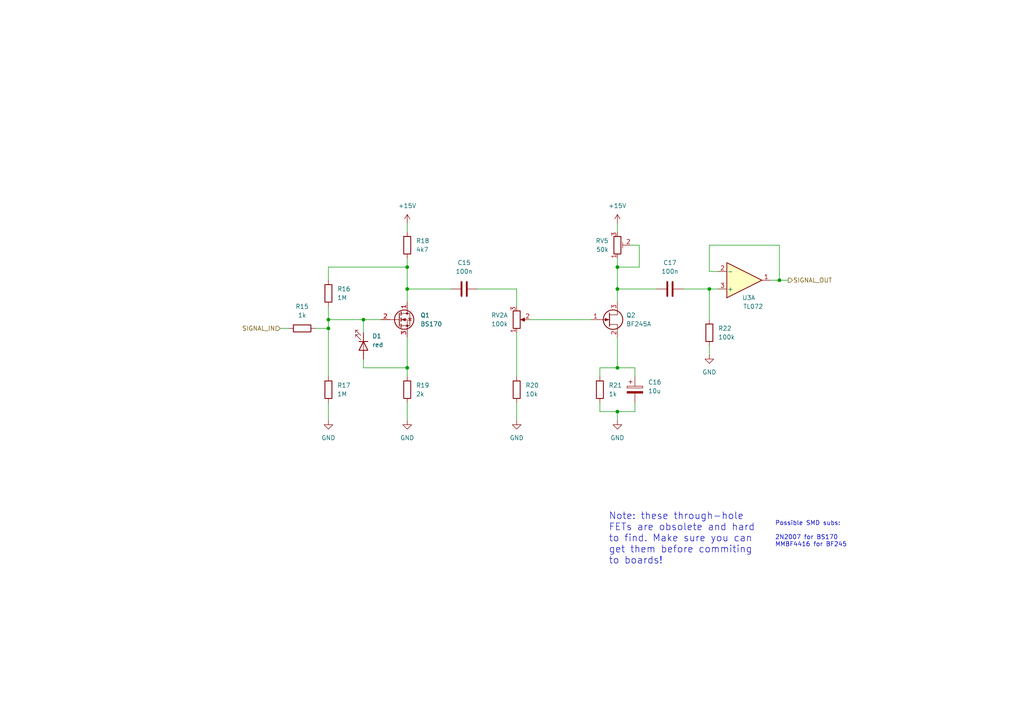
<source format=kicad_sch>
(kicad_sch (version 20230121) (generator eeschema)
  (paper "A4")
  (title_block (title "M.S.M. Stereo Lowpass Filter Pedal") (date "2023-04-15") (rev "0.1") (comment 2 "creativecommons.org/licenses/by/4.0") (comment 3 "License: CC by 4.0") (comment 4 "Author: Jordan Aceto"))
  (lib_symbols
    (symbol "Amplifier_Operational:TL072" (pin_names (offset 0.127))
      (property "Reference" "U" (at 0 5.08 0))
      (property "Value" "TL072" (at 0 -5.08 0))
      (symbol "TL072_1_1"
        (polyline (pts (xy -5.08 5.08) (xy 5.08 0) (xy -5.08 -5.08) (xy -5.08 5.08)) (stroke (width 0.254)) (fill (type background)))
        (pin output line (at 7.62 0 180) (length 2.54) (name "~") (number "1"))
        (pin input line (at -7.62 -2.54 0) (length 2.54) (name "-") (number "2"))
        (pin input line (at -7.62 2.54 0) (length 2.54) (name "+") (number "3"))
      )
      (symbol "TL072_2_1"
        (polyline (pts (xy -5.08 5.08) (xy 5.08 0) (xy -5.08 -5.08) (xy -5.08 5.08)) (stroke (width 0.254)) (fill (type background)))
        (pin input line (at -7.62 2.54 0) (length 2.54) (name "+") (number "5"))
        (pin input line (at -7.62 -2.54 0) (length 2.54) (name "-") (number "6"))
        (pin output line (at 7.62 0 180) (length 2.54) (name "~") (number "7"))
      )
      (symbol "TL072_3_1"
        (pin power_in line (at -2.54 -7.62 90) (length 3.81) (name "V-") (number "4"))
        (pin power_in line (at -2.54 7.62 270) (length 3.81) (name "V+") (number "8"))
      )
    )
    (symbol "Device:C" (pin_numbers hide) (pin_names (offset 0.254))
      (property "Reference" "C" (at 0.635 2.54 0))
      (property "Value" "C" (at 0.635 -2.54 0))
      (symbol "C_0_1"
        (polyline (pts (xy -2.032 -0.762) (xy 2.032 -0.762)) (stroke (width 0.508)))
        (polyline (pts (xy -2.032 0.762) (xy 2.032 0.762)) (stroke (width 0.508)))
      )
      (symbol "C_1_1"
        (pin passive line (at 0 3.81 270) (length 2.794) (name "~") (number "1"))
        (pin passive line (at 0 -3.81 90) (length 2.794) (name "~") (number "2"))
      )
    )
    (symbol "Device:C_Polarized" (pin_numbers hide) (pin_names (offset 0.254))
      (property "Reference" "C" (at 0.635 2.54 0))
      (property "Value" "C_Polarized" (at 0.635 -2.54 0))
      (symbol "C_Polarized_0_1"
        (rectangle (start -2.286 0.508) (end 2.286 1.016))
        (polyline (pts (xy -1.778 2.286) (xy -0.762 2.286)))
        (polyline (pts (xy -1.27 2.794) (xy -1.27 1.778)))
        (rectangle (start 2.286 -0.508) (end -2.286 -1.016) (fill (type outline)))
      )
      (symbol "C_Polarized_1_1"
        (pin passive line (at 0 3.81 270) (length 2.794) (name "~") (number "1"))
        (pin passive line (at 0 -3.81 90) (length 2.794) (name "~") (number "2"))
      )
    )
    (symbol "Device:LED" (pin_numbers hide) (pin_names (offset 1.016) hide)
      (property "Reference" "D" (at 0 2.54 0))
      (property "Value" "LED" (at 0 -2.54 0))
      (symbol "LED_0_1"
        (polyline (pts (xy -1.27 -1.27) (xy -1.27 1.27)) (stroke (width 0.254)))
        (polyline (pts (xy -1.27 0) (xy 1.27 0)))
        (polyline (pts (xy 1.27 -1.27) (xy 1.27 1.27) (xy -1.27 0) (xy 1.27 -1.27)) (stroke (width 0.254)))
        (polyline (pts (xy -3.048 -0.762) (xy -4.572 -2.286) (xy -3.81 -2.286) (xy -4.572 -2.286) (xy -4.572 -1.524)))
        (polyline (pts (xy -1.778 -0.762) (xy -3.302 -2.286) (xy -2.54 -2.286) (xy -3.302 -2.286) (xy -3.302 -1.524)))
      )
      (symbol "LED_1_1"
        (pin passive line (at -3.81 0 0) (length 2.54) (name "K") (number "1"))
        (pin passive line (at 3.81 0 180) (length 2.54) (name "A") (number "2"))
      )
    )
    (symbol "Device:R" (pin_numbers hide) (pin_names (offset 0))
      (property "Reference" "R" (at 2.032 0 90))
      (property "Value" "R" (at 0 0 90))
      (symbol "R_0_1"
        (rectangle (start -1.016 -2.54) (end 1.016 2.54) (stroke (width 0.254)))
      )
      (symbol "R_1_1"
        (pin passive line (at 0 3.81 270) (length 1.27) (name "~") (number "1"))
        (pin passive line (at 0 -3.81 90) (length 1.27) (name "~") (number "2"))
      )
    )
    (symbol "Device:R_Potentiometer_Dual_Separate" (pin_names (offset 1.016) hide)
      (property "Reference" "RV" (at -4.445 0 90))
      (property "Value" "R_Potentiometer_Dual_Separate" (at -2.54 0 90))
      (symbol "R_Potentiometer_Dual_Separate_0_1"
        (polyline (pts (xy 2.54 0) (xy 1.524 0)))
        (polyline (pts (xy 1.143 0) (xy 2.286 0.508) (xy 2.286 -0.508) (xy 1.143 0)) (fill (type outline)))
        (rectangle (start 1.016 2.54) (end -1.016 -2.54) (stroke (width 0.254)))
      )
      (symbol "R_Potentiometer_Dual_Separate_1_1"
        (pin passive line (at 0 3.81 270) (length 1.27) (name "1") (number "1"))
        (pin passive line (at 3.81 0 180) (length 1.27) (name "2") (number "2"))
        (pin passive line (at 0 -3.81 90) (length 1.27) (name "3") (number "3"))
      )
      (symbol "R_Potentiometer_Dual_Separate_2_1"
        (pin passive line (at 0 3.81 270) (length 1.27) (name "4") (number "4"))
        (pin passive line (at 3.81 0 180) (length 1.27) (name "5") (number "5"))
        (pin passive line (at 0 -3.81 90) (length 1.27) (name "6") (number "6"))
      )
    )
    (symbol "Device:R_Potentiometer_Trim" (pin_names (offset 1.016) hide)
      (property "Reference" "RV" (at -4.445 0 90))
      (property "Value" "R_Potentiometer_Trim" (at -2.54 0 90))
      (symbol "R_Potentiometer_Trim_0_1"
        (polyline (pts (xy 1.524 0.762) (xy 1.524 -0.762)))
        (polyline (pts (xy 2.54 0) (xy 1.524 0)))
        (rectangle (start 1.016 2.54) (end -1.016 -2.54) (stroke (width 0.254)))
      )
      (symbol "R_Potentiometer_Trim_1_1"
        (pin passive line (at 0 3.81 270) (length 1.27) (name "1") (number "1"))
        (pin passive line (at 3.81 0 180) (length 1.27) (name "2") (number "2"))
        (pin passive line (at 0 -3.81 90) (length 1.27) (name "3") (number "3"))
      )
    )
    (symbol "Transistor_FET:BF245A" (pin_names hide)
      (property "Reference" "Q" (at 5.08 1.905 0))
      (property "Value" "BF245A" (at 5.08 0 0))
      (symbol "BF245A_0_1"
        (polyline (pts (xy 0.254 0) (xy -2.54 0)))
        (polyline (pts (xy 0.254 1.905) (xy 0.254 -1.905)) (stroke (width 0.254)))
        (polyline (pts (xy 2.54 -2.54) (xy 2.54 -1.397) (xy 0.254 -1.397)))
        (polyline (pts (xy 2.54 2.54) (xy 2.54 1.397) (xy 0.254 1.397)))
        (polyline (pts (xy 0 0) (xy -1.016 0.381) (xy -1.016 -0.381) (xy 0 0)) (fill (type outline)))
        (circle (center 1.27 0) (radius 2.8194) (stroke (width 0.254)))
      )
      (symbol "BF245A_1_1"
        (pin input line (at -5.08 0 0) (length 2.54) (name "G") (number "1"))
        (pin passive line (at 2.54 -5.08 90) (length 2.54) (name "S") (number "2"))
        (pin passive line (at 2.54 5.08 270) (length 2.54) (name "D") (number "3"))
      )
    )
    (symbol "Transistor_FET:BS170" (pin_names hide)
      (property "Reference" "Q" (at 5.08 1.905 0))
      (property "Value" "BS170" (at 5.08 0 0))
      (symbol "BS170_0_1"
        (polyline (pts (xy 0.254 0) (xy -2.54 0)))
        (polyline (pts (xy 0.254 1.905) (xy 0.254 -1.905)) (stroke (width 0.254)))
        (polyline (pts (xy 0.762 -1.27) (xy 0.762 -2.286)) (stroke (width 0.254)))
        (polyline (pts (xy 0.762 0.508) (xy 0.762 -0.508)) (stroke (width 0.254)))
        (polyline (pts (xy 0.762 2.286) (xy 0.762 1.27)) (stroke (width 0.254)))
        (polyline (pts (xy 2.54 2.54) (xy 2.54 1.778)))
        (polyline (pts (xy 2.54 -2.54) (xy 2.54 0) (xy 0.762 0)))
        (polyline (pts (xy 0.762 -1.778) (xy 3.302 -1.778) (xy 3.302 1.778) (xy 0.762 1.778)))
        (polyline (pts (xy 1.016 0) (xy 2.032 0.381) (xy 2.032 -0.381) (xy 1.016 0)) (fill (type outline)))
        (polyline (pts (xy 2.794 0.508) (xy 2.921 0.381) (xy 3.683 0.381) (xy 3.81 0.254)))
        (polyline (pts (xy 3.302 0.381) (xy 2.921 -0.254) (xy 3.683 -0.254) (xy 3.302 0.381)))
        (circle (center 1.651 0) (radius 2.794) (stroke (width 0.254)))
        (circle (center 2.54 -1.778) (radius 0.254) (fill (type outline)))
        (circle (center 2.54 1.778) (radius 0.254) (fill (type outline)))
      )
      (symbol "BS170_1_1"
        (pin passive line (at 2.54 5.08 270) (length 2.54) (name "D") (number "1"))
        (pin input line (at -5.08 0 0) (length 2.54) (name "G") (number "2"))
        (pin passive line (at 2.54 -5.08 90) (length 2.54) (name "S") (number "3"))
      )
    )
    (symbol "power:+15V" (power) (pin_names (offset 0))
      (property "Value" "+15V" (at 0 3.556 0))
      (symbol "+15V_0_1"
        (polyline (pts (xy -0.762 1.27) (xy 0 2.54)))
        (polyline (pts (xy 0 0) (xy 0 2.54)))
        (polyline (pts (xy 0 2.54) (xy 0.762 1.27)))
      )
      (symbol "+15V_1_1"
        (pin power_in line (at 0 0 90) (length 0) hide (name "+15V") (number "1"))
      )
    )
    (symbol "power:GND" (power) (pin_names (offset 0))
      (property "Value" "GND" (at 0 -3.81 0))
      (symbol "GND_0_1"
        (polyline (pts (xy 0 0) (xy 0 -1.27) (xy 1.27 -1.27) (xy 0 -2.54) (xy -1.27 -1.27) (xy 0 -1.27)))
      )
      (symbol "GND_1_1"
        (pin power_in line (at 0 0 270) (length 0) hide (name "GND") (number "1"))
      )
    )
  )
  (junction (at 118.11 106.68))
  (junction (at 118.11 83.82))
  (junction (at 179.07 77.47))
  (junction (at 226.06 81.28))
  (junction (at 95.25 95.25))
  (junction (at 179.07 106.68))
  (junction (at 179.07 83.82))
  (junction (at 105.41 92.71))
  (junction (at 118.11 77.47))
  (junction (at 205.74 83.82))
  (junction (at 179.07 119.38))
  (junction (at 95.25 92.71))
  (wire (pts (xy 95.25 116.84) (xy 95.25 121.92)))
  (wire (pts (xy 118.11 97.79) (xy 118.11 106.68)))
  (wire (pts (xy 149.86 116.84) (xy 149.86 121.92)))
  (wire (pts (xy 95.25 92.71) (xy 105.41 92.71)))
  (wire (pts (xy 95.25 95.25) (xy 95.25 109.22)))
  (wire (pts (xy 149.86 88.9) (xy 149.86 83.82)))
  (wire (pts (xy 173.99 119.38) (xy 179.07 119.38)))
  (wire (pts (xy 173.99 116.84) (xy 173.99 119.38)))
  (wire (pts (xy 205.74 83.82) (xy 208.28 83.82)))
  (wire (pts (xy 95.25 95.25) (xy 95.25 92.71)))
  (wire (pts (xy 205.74 78.74) (xy 208.28 78.74)))
  (wire (pts (xy 105.41 106.68) (xy 118.11 106.68)))
  (wire (pts (xy 205.74 83.82) (xy 205.74 92.71)))
  (wire (pts (xy 184.15 116.84) (xy 184.15 119.38)))
  (wire (pts (xy 179.07 77.47) (xy 185.42 77.47)))
  (wire (pts (xy 185.42 77.47) (xy 185.42 71.12)))
  (wire (pts (xy 149.86 96.52) (xy 149.86 109.22)))
  (wire (pts (xy 95.25 88.9) (xy 95.25 92.71)))
  (wire (pts (xy 118.11 74.93) (xy 118.11 77.47)))
  (wire (pts (xy 179.07 74.93) (xy 179.07 77.47)))
  (wire (pts (xy 105.41 92.71) (xy 105.41 96.52)))
  (wire (pts (xy 118.11 83.82) (xy 118.11 87.63)))
  (wire (pts (xy 179.07 83.82) (xy 179.07 87.63)))
  (wire (pts (xy 118.11 116.84) (xy 118.11 121.92)))
  (wire (pts (xy 95.25 81.28) (xy 95.25 77.47)))
  (wire (pts (xy 179.07 97.79) (xy 179.07 106.68)))
  (wire (pts (xy 184.15 109.22) (xy 184.15 106.68)))
  (wire (pts (xy 118.11 83.82) (xy 130.81 83.82)))
  (wire (pts (xy 179.07 106.68) (xy 184.15 106.68)))
  (wire (pts (xy 105.41 104.14) (xy 105.41 106.68)))
  (wire (pts (xy 149.86 83.82) (xy 138.43 83.82)))
  (wire (pts (xy 198.12 83.82) (xy 205.74 83.82)))
  (wire (pts (xy 223.52 81.28) (xy 226.06 81.28)))
  (wire (pts (xy 179.07 64.77) (xy 179.07 67.31)))
  (wire (pts (xy 173.99 106.68) (xy 173.99 109.22)))
  (wire (pts (xy 81.28 95.25) (xy 83.82 95.25)))
  (wire (pts (xy 179.07 119.38) (xy 179.07 121.92)))
  (wire (pts (xy 226.06 71.12) (xy 205.74 71.12)))
  (wire (pts (xy 118.11 106.68) (xy 118.11 109.22)))
  (wire (pts (xy 105.41 92.71) (xy 110.49 92.71)))
  (wire (pts (xy 179.07 77.47) (xy 179.07 83.82)))
  (wire (pts (xy 205.74 71.12) (xy 205.74 78.74)))
  (wire (pts (xy 95.25 77.47) (xy 118.11 77.47)))
  (wire (pts (xy 118.11 77.47) (xy 118.11 83.82)))
  (wire (pts (xy 226.06 81.28) (xy 228.6 81.28)))
  (wire (pts (xy 118.11 64.77) (xy 118.11 67.31)))
  (wire (pts (xy 153.67 92.71) (xy 171.45 92.71)))
  (wire (pts (xy 226.06 81.28) (xy 226.06 71.12)))
  (wire (pts (xy 185.42 71.12) (xy 182.88 71.12)))
  (wire (pts (xy 179.07 119.38) (xy 184.15 119.38)))
  (wire (pts (xy 173.99 106.68) (xy 179.07 106.68)))
  (wire (pts (xy 205.74 100.33) (xy 205.74 102.87)))
  (wire (pts (xy 91.44 95.25) (xy 95.25 95.25)))
  (wire (pts (xy 179.07 83.82) (xy 190.5 83.82)))
  (text "Possible SMD subs:\n\n2N2007 for BS170\nMMBF4416 for BF245" (at 224.79 158.75 0) (effects (font (size 1.27 1.27)) (justify left bottom)))
  (text "Note: these through-hole\nFETs are obsolete and hard\nto find. Make sure you can\nget them before commiting\nto boards!" (at 176.53 163.83 0) (effects (font (size 2 2)) (justify left bottom)))
  (hierarchical_label "SIGNAL_IN" (shape input) (at 81.28 95.25 180))
  (hierarchical_label "SIGNAL_OUT" (shape output) (at 228.6 81.28 0))
  (symbol (lib_id "power:GND") (at 95.25 121.92 0) (unit 1)
    (property "Reference" "#PWR0128" (effects hide))
    (property "Value" "GND" (at 95.25 127 0))
    (instances (project "compressor_distortion" (path "" (reference "#PWR0128") (unit 1)) (path "" (reference "#PWR0116") (unit 1))))
  )
  (symbol (lib_id "Device:C_Polarized") (at 184.15 113.03 0) (unit 1)
    (property "Reference" "C16" (at 187.96 110.8709 0) (effects (justify left)))
    (property "Value" "10u" (at 187.96 113.4109 0) (effects (justify left)))
    (property "Footprint" "Capacitor_THT:CP_Radial_D6.3mm_P2.50mm" (effects hide))
    (instances (project "compressor_distortion" (path "" (reference "C16") (unit 1)) (path "" (reference "C19") (unit 1))))
  )
  (symbol (lib_id "Device:R") (at 95.25 85.09 0) (unit 1)
    (property "Reference" "R16" (at 97.79 83.8199 0) (effects (justify left)))
    (property "Value" "1M" (at 97.79 86.3599 0) (effects (justify left)))
    (property "Footprint" "Resistor_SMD:R_0805_2012Metric" (effects hide))
    (instances (project "compressor_distortion" (path "" (reference "R16") (unit 1)) (path "" (reference "R24") (unit 1))))
  )
  (symbol (lib_id "Device:R") (at 173.99 113.03 0) (unit 1)
    (property "Reference" "R21" (at 176.53 111.7599 0) (effects (justify left)))
    (property "Value" "1k" (at 176.53 114.2999 0) (effects (justify left)))
    (property "Footprint" "Resistor_SMD:R_0805_2012Metric" (effects hide))
    (instances (project "compressor_distortion" (path "" (reference "R21") (unit 1)) (path "" (reference "R29") (unit 1))))
  )
  (symbol (lib_id "Device:R") (at 118.11 71.12 0) (unit 1)
    (property "Reference" "R18" (at 120.65 69.8499 0) (effects (justify left)))
    (property "Value" "4k7" (at 120.65 72.3899 0) (effects (justify left)))
    (property "Footprint" "Resistor_SMD:R_0805_2012Metric" (effects hide))
    (instances (project "compressor_distortion" (path "" (reference "R18") (unit 1)) (path "" (reference "R26") (unit 1))))
  )
  (symbol (lib_id "power:+15V") (at 179.07 64.77 0) (unit 1)
    (property "Reference" "#PWR0133" (effects hide))
    (property "Value" "+15V" (at 179.07 59.69 0))
    (instances (project "compressor_distortion" (path "" (reference "#PWR0133") (unit 1)) (path "" (reference "#PWR0121") (unit 1))))
  )
  (symbol (lib_id "power:GND") (at 149.86 121.92 0) (unit 1)
    (property "Reference" "#PWR0129" (effects hide))
    (property "Value" "GND" (at 149.86 127 0))
    (instances (project "compressor_distortion" (path "" (reference "#PWR0129") (unit 1)) (path "" (reference "#PWR0117") (unit 1))))
  )
  (symbol (lib_id "Device:R") (at 149.86 113.03 0) (unit 1)
    (property "Reference" "R20" (at 152.4 111.7599 0) (effects (justify left)))
    (property "Value" "10k" (at 152.4 114.2999 0) (effects (justify left)))
    (property "Footprint" "Resistor_SMD:R_0805_2012Metric" (effects hide))
    (instances (project "compressor_distortion" (path "" (reference "R20") (unit 1)) (path "" (reference "R28") (unit 1))))
  )
  (symbol (lib_id "Device:LED") (at 105.41 100.33 270) (unit 1)
    (property "Reference" "D1" (at 107.95 97.4724 90) (effects (justify left)))
    (property "Value" "red" (at 107.95 100.0124 90) (effects (justify left)))
    (property "Footprint" "LED_SMD:LED_0805_2012Metric" (effects hide))
    (instances (project "compressor_distortion" (path "" (reference "D1") (unit 1)) (path "" (reference "D2") (unit 1))))
  )
  (symbol (lib_id "power:GND") (at 205.74 102.87 0) (unit 1)
    (property "Reference" "#PWR0113" (effects hide))
    (property "Value" "GND" (at 205.74 107.95 0))
    (instances (project "compressor_distortion" (path "" (reference "#PWR0113") (unit 1)) (path "" (reference "#PWR0112") (unit 1))))
  )
  (symbol (lib_id "Device:R") (at 95.25 113.03 0) (unit 1)
    (property "Reference" "R17" (at 97.79 111.7599 0) (effects (justify left)))
    (property "Value" "1M" (at 97.79 114.2999 0) (effects (justify left)))
    (property "Footprint" "Resistor_SMD:R_0805_2012Metric" (effects hide))
    (instances (project "compressor_distortion" (path "" (reference "R17") (unit 1)) (path "" (reference "R25") (unit 1))))
  )
  (symbol (lib_id "power:GND") (at 179.07 121.92 0) (unit 1)
    (property "Reference" "#PWR0132" (effects hide))
    (property "Value" "GND" (at 179.07 127 0))
    (instances (project "compressor_distortion" (path "" (reference "#PWR0132") (unit 1)) (path "" (reference "#PWR0120") (unit 1))))
  )
  (symbol (lib_id "Transistor_FET:BF245A") (at 176.53 92.71 0) (unit 1)
    (property "Reference" "Q2" (at 181.61 91.4399 0) (effects (justify left)))
    (property "Value" "BF245A" (at 181.61 93.9799 0) (effects (justify left)))
    (property "Footprint" "Package_TO_SOT_THT:TO-92_Wide" (effects hide))
    (property "Datasheet" "https://www.onsemi.com/pub/Collateral/BF245A-D.PDF" (effects hide))
    (instances (project "compressor_distortion" (path "" (reference "Q2") (unit 1)) (path "" (reference "Q4") (unit 1))))
  )
  (symbol (lib_id "Device:R_Potentiometer_Trim") (at 179.07 71.12 0) (mirror x) (unit 1)
    (property "Reference" "RV5" (at 176.53 69.8499 0) (effects (justify right)))
    (property "Value" "50k" (at 176.53 72.3899 0) (effects (justify right)))
    (property "Footprint" "Potentiometer_THT:Potentiometer_Bourns_3296W_Vertical" (effects hide))
    (instances (project "compressor_distortion" (path "" (reference "RV5") (unit 1)) (path "" (reference "RV4") (unit 1))))
  )
  (symbol (lib_id "Device:R") (at 87.63 95.25 90) (unit 1)
    (property "Reference" "R15" (at 87.63 88.9 90))
    (property "Value" "1k" (at 87.63 91.44 90))
    (property "Footprint" "Resistor_SMD:R_0805_2012Metric" (effects hide))
    (instances (project "compressor_distortion" (path "" (reference "R15") (unit 1)) (path "" (reference "R23") (unit 1))))
  )
  (symbol (lib_id "Device:R") (at 205.74 96.52 0) (unit 1)
    (property "Reference" "R22" (at 208.28 95.2499 0) (effects (justify left)))
    (property "Value" "100k" (at 208.28 97.7899 0) (effects (justify left)))
    (property "Footprint" "Resistor_SMD:R_0805_2012Metric" (effects hide))
    (instances (project "compressor_distortion" (path "" (reference "R22") (unit 1)) (path "" (reference "R30") (unit 1))))
  )
  (symbol (lib_id "power:GND") (at 118.11 121.92 0) (unit 1)
    (property "Reference" "#PWR0130" (effects hide))
    (property "Value" "GND" (at 118.11 127 0))
    (instances (project "compressor_distortion" (path "" (reference "#PWR0130") (unit 1)) (path "" (reference "#PWR0118") (unit 1))))
  )
  (symbol (lib_id "power:+15V") (at 118.11 64.77 0) (unit 1)
    (property "Reference" "#PWR0131" (effects hide))
    (property "Value" "+15V" (at 118.11 59.69 0))
    (instances (project "compressor_distortion" (path "" (reference "#PWR0131") (unit 1)) (path "" (reference "#PWR0119") (unit 1))))
  )
  (symbol (lib_id "Device:R_Potentiometer_Dual_Separate") (at 149.86 92.71 0) (mirror x) (unit 1)
    (property "Reference" "RV2" (at 147.32 91.4399 0) (effects (justify right)))
    (property "Value" "100k" (at 147.32 93.9799 0) (effects (justify right)))
    (property "Footprint" "Potentiometer_THT:Potentiometer_Alpha_RD902F-40-00D_Dual_Vertical" (effects hide))
    (instances (project "compressor_distortion" (path "" (reference "RV2") (unit 1)) (path "" (reference "RV2") (unit 2))))
  )
  (symbol (lib_id "Device:R") (at 118.11 113.03 0) (unit 1)
    (property "Reference" "R19" (at 120.65 111.7599 0) (effects (justify left)))
    (property "Value" "2k" (at 120.65 114.2999 0) (effects (justify left)))
    (property "Footprint" "Resistor_SMD:R_0805_2012Metric" (effects hide))
    (instances (project "compressor_distortion" (path "" (reference "R19") (unit 1)) (path "" (reference "R27") (unit 1))))
  )
  (symbol (lib_id "Device:C") (at 134.62 83.82 90) (unit 1)
    (property "Reference" "C15" (at 134.62 76.2 90))
    (property "Value" "100n" (at 134.62 78.74 90))
    (property "Footprint" "Capacitor_THT:C_Rect_L7.2mm_W2.5mm_P5.00mm_FKS2_FKP2_MKS2_MKP2" (effects hide))
    (instances (project "compressor_distortion" (path "" (reference "C15") (unit 1)) (path "" (reference "C18") (unit 1))))
  )
  (symbol (lib_id "Transistor_FET:BS170") (at 115.57 92.71 0) (unit 1)
    (property "Reference" "Q1" (at 121.92 91.4399 0) (effects (justify left)))
    (property "Value" "BS170" (at 121.92 93.9799 0) (effects (justify left)))
    (property "Footprint" "Package_TO_SOT_THT:TO-92_Wide" (effects hide))
    (property "Datasheet" "https://www.onsemi.com/pub/Collateral/BS170-D.PDF" (effects hide))
    (instances (project "compressor_distortion" (path "" (reference "Q1") (unit 1)) (path "" (reference "Q3") (unit 1))))
  )
  (symbol (lib_id "Device:C") (at 194.31 83.82 90) (unit 1)
    (property "Reference" "C17" (at 194.31 76.2 90))
    (property "Value" "100n" (at 194.31 78.74 90))
    (property "Footprint" "Capacitor_THT:C_Rect_L7.2mm_W2.5mm_P5.00mm_FKS2_FKP2_MKS2_MKP2" (effects hide))
    (instances (project "compressor_distortion" (path "" (reference "C17") (unit 1)) (path "" (reference "C20") (unit 1))))
  )
  (symbol (lib_id "Amplifier_Operational:TL072") (at 215.9 81.28 0) (mirror x) (unit 1)
    (property "Reference" "U3" (at 217.17 86.36 0))
    (property "Value" "TL072" (at 218.44 88.9 0))
    (property "Footprint" "Package_SO:SOIC-8_3.9x4.9mm_P1.27mm" (effects hide))
    (property "Datasheet" "http://www.ti.com/lit/ds/symlink/tl071.pdf" (effects hide))
    (instances (project "compressor_distortion" (path "" (reference "U3") (unit 1)) (path "" (reference "U3") (unit 2))))
  )
)
</source>
